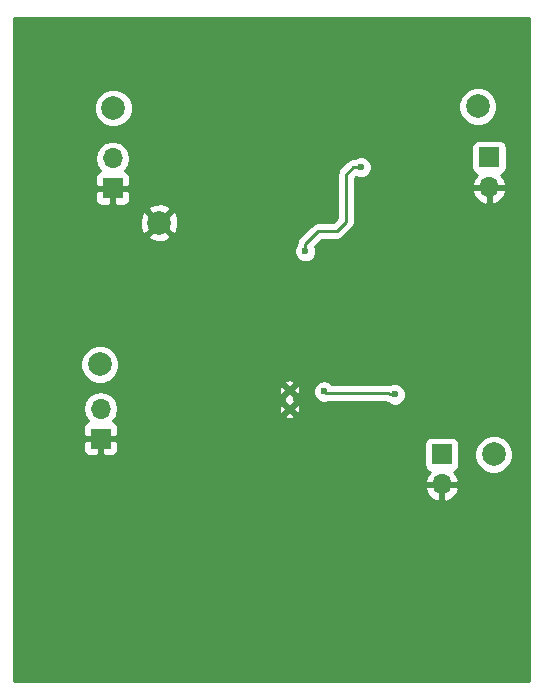
<source format=gbr>
G04 #@! TF.FileFunction,Copper,L2,Bot,Signal*
%FSLAX46Y46*%
G04 Gerber Fmt 4.6, Leading zero omitted, Abs format (unit mm)*
G04 Created by KiCad (PCBNEW 4.0.4-stable) date 07/27/17 22:09:25*
%MOMM*%
%LPD*%
G01*
G04 APERTURE LIST*
%ADD10C,0.100000*%
%ADD11C,2.000000*%
%ADD12R,1.700000X1.700000*%
%ADD13O,1.700000X1.700000*%
%ADD14C,0.508000*%
%ADD15C,0.600000*%
%ADD16C,0.400000*%
%ADD17C,0.250000*%
%ADD18C,0.254000*%
G04 APERTURE END LIST*
D10*
D11*
X95313500Y-90297000D03*
X91440000Y-80581500D03*
X122301000Y-80454500D03*
X123634500Y-109918500D03*
D12*
X91376500Y-87376000D03*
D13*
X91376500Y-84836000D03*
D12*
X123253500Y-84772500D03*
D13*
X123253500Y-87312500D03*
D12*
X119253000Y-109918500D03*
D13*
X119253000Y-112458500D03*
D12*
X90360500Y-108585000D03*
D13*
X90360500Y-106045000D03*
D11*
X90297000Y-102298500D03*
D14*
X106351601Y-104470200D03*
X106351601Y-106045000D03*
D15*
X108514000Y-101092000D03*
X107378500Y-101155500D03*
D16*
X107188000Y-85661500D03*
X106489500Y-85661500D03*
D15*
X105029000Y-87731000D03*
X106934000Y-91967000D03*
X109283500Y-104584500D03*
X115274500Y-104838500D03*
X112395000Y-85598000D03*
X107696000Y-92710000D03*
D17*
X109410500Y-104711500D02*
X109283500Y-104584500D01*
X114723236Y-104711500D02*
X109410500Y-104711500D01*
X115274500Y-104838500D02*
X114850236Y-104838500D01*
X114850236Y-104838500D02*
X114723236Y-104711500D01*
X111760000Y-85598000D02*
X112395000Y-85598000D01*
X111125000Y-86233000D02*
X111760000Y-85598000D01*
X111125000Y-90233500D02*
X111125000Y-86233000D01*
X110363000Y-90995500D02*
X111125000Y-90233500D01*
X108775500Y-90995500D02*
X110363000Y-90995500D01*
X107696000Y-92075000D02*
X108775500Y-90995500D01*
X107696000Y-92710000D02*
X107696000Y-92075000D01*
D18*
X83069500Y-72973000D02*
X126607500Y-72973000D01*
X83069500Y-73176200D02*
X126607500Y-73176200D01*
X83069500Y-73379400D02*
X126607500Y-73379400D01*
X83069500Y-73582600D02*
X126607500Y-73582600D01*
X83069500Y-73785800D02*
X126607500Y-73785800D01*
X83069500Y-73989000D02*
X126607500Y-73989000D01*
X83069500Y-74192200D02*
X126607500Y-74192200D01*
X83069500Y-74395400D02*
X126607500Y-74395400D01*
X83069500Y-74598600D02*
X126607500Y-74598600D01*
X83069500Y-74801800D02*
X126607500Y-74801800D01*
X83069500Y-75005000D02*
X126607500Y-75005000D01*
X83069500Y-75208200D02*
X126607500Y-75208200D01*
X83069500Y-75411400D02*
X126607500Y-75411400D01*
X83069500Y-75614600D02*
X126607500Y-75614600D01*
X83069500Y-75817800D02*
X126607500Y-75817800D01*
X83069500Y-76021000D02*
X126607500Y-76021000D01*
X83069500Y-76224200D02*
X126607500Y-76224200D01*
X83069500Y-76427400D02*
X126607500Y-76427400D01*
X83069500Y-76630600D02*
X126607500Y-76630600D01*
X83069500Y-76833800D02*
X126607500Y-76833800D01*
X83069500Y-77037000D02*
X126607500Y-77037000D01*
X83069500Y-77240200D02*
X126607500Y-77240200D01*
X83069500Y-77443400D02*
X126607500Y-77443400D01*
X83069500Y-77646600D02*
X126607500Y-77646600D01*
X83069500Y-77849800D02*
X126607500Y-77849800D01*
X83069500Y-78053000D02*
X126607500Y-78053000D01*
X83069500Y-78256200D02*
X126607500Y-78256200D01*
X83069500Y-78459400D02*
X126607500Y-78459400D01*
X83069500Y-78662600D02*
X126607500Y-78662600D01*
X83069500Y-78865800D02*
X121864464Y-78865800D01*
X122738468Y-78865800D02*
X126607500Y-78865800D01*
X83069500Y-79069000D02*
X90819046Y-79069000D01*
X92060978Y-79069000D02*
X121374661Y-79069000D01*
X123227829Y-79069000D02*
X126607500Y-79069000D01*
X83069500Y-79272200D02*
X90437328Y-79272200D01*
X92443209Y-79272200D02*
X121171106Y-79272200D01*
X123430987Y-79272200D02*
X126607500Y-79272200D01*
X83069500Y-79475400D02*
X90233772Y-79475400D01*
X92646054Y-79475400D02*
X120967550Y-79475400D01*
X123633832Y-79475400D02*
X126607500Y-79475400D01*
X83069500Y-79678600D02*
X90044565Y-79678600D01*
X92836003Y-79678600D02*
X120852830Y-79678600D01*
X123749478Y-79678600D02*
X126607500Y-79678600D01*
X83069500Y-79881800D02*
X89960189Y-79881800D01*
X92919963Y-79881800D02*
X120768454Y-79881800D01*
X123833439Y-79881800D02*
X126607500Y-79881800D01*
X83069500Y-80085000D02*
X89875813Y-80085000D01*
X93003924Y-80085000D02*
X120684078Y-80085000D01*
X123917400Y-80085000D02*
X126607500Y-80085000D01*
X83069500Y-80288200D02*
X89805255Y-80288200D01*
X93075257Y-80288200D02*
X120666144Y-80288200D01*
X123936146Y-80288200D02*
X126607500Y-80288200D01*
X83069500Y-80491400D02*
X89805078Y-80491400D01*
X93075079Y-80491400D02*
X120665967Y-80491400D01*
X123935969Y-80491400D02*
X126607500Y-80491400D01*
X83069500Y-80694600D02*
X89804900Y-80694600D01*
X93074902Y-80694600D02*
X120665790Y-80694600D01*
X123935791Y-80694600D02*
X126607500Y-80694600D01*
X83069500Y-80897800D02*
X89804723Y-80897800D01*
X93074725Y-80897800D02*
X120715094Y-80897800D01*
X123887277Y-80897800D02*
X126607500Y-80897800D01*
X83069500Y-81101000D02*
X89885579Y-81101000D01*
X92994637Y-81101000D02*
X120799055Y-81101000D01*
X123802902Y-81101000D02*
X126607500Y-81101000D01*
X83069500Y-81304200D02*
X89969540Y-81304200D01*
X92910261Y-81304200D02*
X120883016Y-81304200D01*
X123718526Y-81304200D02*
X126607500Y-81304200D01*
X83069500Y-81507400D02*
X90054061Y-81507400D01*
X92825885Y-81507400D02*
X121041839Y-81507400D01*
X123560521Y-81507400D02*
X126607500Y-81507400D01*
X83069500Y-81710600D02*
X90256906Y-81710600D01*
X92623188Y-81710600D02*
X121244684Y-81710600D01*
X123356965Y-81710600D02*
X126607500Y-81710600D01*
X83069500Y-81913800D02*
X90459751Y-81913800D01*
X92419632Y-81913800D02*
X121551902Y-81913800D01*
X123050707Y-81913800D02*
X126607500Y-81913800D01*
X83069500Y-82117000D02*
X90874412Y-82117000D01*
X92005290Y-82117000D02*
X126607500Y-82117000D01*
X83069500Y-82320200D02*
X126607500Y-82320200D01*
X83069500Y-82523400D02*
X126607500Y-82523400D01*
X83069500Y-82726600D02*
X126607500Y-82726600D01*
X83069500Y-82929800D02*
X126607500Y-82929800D01*
X83069500Y-83133000D02*
X126607500Y-83133000D01*
X83069500Y-83336200D02*
X122141979Y-83336200D01*
X124370218Y-83336200D02*
X126607500Y-83336200D01*
X83069500Y-83539400D02*
X90666337Y-83539400D01*
X92086664Y-83539400D02*
X121896721Y-83539400D01*
X124611567Y-83539400D02*
X126607500Y-83539400D01*
X83069500Y-83742600D02*
X90362226Y-83742600D01*
X92390775Y-83742600D02*
X121792491Y-83742600D01*
X124717090Y-83742600D02*
X126607500Y-83742600D01*
X83069500Y-83945800D02*
X90190543Y-83945800D01*
X92562459Y-83945800D02*
X121756060Y-83945800D01*
X124750940Y-83945800D02*
X126607500Y-83945800D01*
X83069500Y-84149000D02*
X90054769Y-84149000D01*
X92698232Y-84149000D02*
X121756060Y-84149000D01*
X124750940Y-84149000D02*
X126607500Y-84149000D01*
X83069500Y-84352200D02*
X89958641Y-84352200D01*
X92794360Y-84352200D02*
X121756060Y-84352200D01*
X124750940Y-84352200D02*
X126607500Y-84352200D01*
X83069500Y-84555400D02*
X89918222Y-84555400D01*
X92834779Y-84555400D02*
X121756060Y-84555400D01*
X124750940Y-84555400D02*
X126607500Y-84555400D01*
X83069500Y-84758600D02*
X89877803Y-84758600D01*
X92875198Y-84758600D02*
X111978071Y-84758600D01*
X112811639Y-84758600D02*
X121756060Y-84758600D01*
X124750940Y-84758600D02*
X126607500Y-84758600D01*
X83069500Y-84961800D02*
X89887430Y-84961800D01*
X92865569Y-84961800D02*
X111370463Y-84961800D01*
X113081048Y-84961800D02*
X121756060Y-84961800D01*
X124750940Y-84961800D02*
X126607500Y-84961800D01*
X83069500Y-85165000D02*
X89927849Y-85165000D01*
X92825150Y-85165000D02*
X111118198Y-85165000D01*
X113227760Y-85165000D02*
X121756060Y-85165000D01*
X124750940Y-85165000D02*
X126607500Y-85165000D01*
X83069500Y-85368200D02*
X89968268Y-85368200D01*
X92784731Y-85368200D02*
X110914998Y-85368200D01*
X113311721Y-85368200D02*
X121756060Y-85368200D01*
X124750940Y-85368200D02*
X126607500Y-85368200D01*
X83069500Y-85571400D02*
X90087108Y-85571400D01*
X92665891Y-85571400D02*
X110711798Y-85571400D01*
X113330023Y-85571400D02*
X121756060Y-85571400D01*
X124750940Y-85571400D02*
X126607500Y-85571400D01*
X83069500Y-85774600D02*
X90222881Y-85774600D01*
X92530118Y-85774600D02*
X110534813Y-85774600D01*
X113329846Y-85774600D02*
X121784679Y-85774600D01*
X124720138Y-85774600D02*
X126607500Y-85774600D01*
X83069500Y-85977800D02*
X90190638Y-85977800D01*
X92562363Y-85977800D02*
X110415763Y-85977800D01*
X113249696Y-85977800D02*
X121877544Y-85977800D01*
X124629273Y-85977800D02*
X126607500Y-85977800D01*
X83069500Y-86181000D02*
X89982085Y-86181000D01*
X92770916Y-86181000D02*
X110375344Y-86181000D01*
X113134426Y-86181000D02*
X122096096Y-86181000D01*
X124408223Y-86181000D02*
X126607500Y-86181000D01*
X83069500Y-86384200D02*
X89897917Y-86384200D01*
X92855084Y-86384200D02*
X110365000Y-86384200D01*
X112930872Y-86384200D02*
X122128923Y-86384200D01*
X124378078Y-86384200D02*
X126607500Y-86384200D01*
X83069500Y-86587400D02*
X89891500Y-86587400D01*
X92861500Y-86587400D02*
X110365000Y-86587400D01*
X111885000Y-86587400D02*
X121964533Y-86587400D01*
X124542468Y-86587400D02*
X126607500Y-86587400D01*
X83069500Y-86790600D02*
X89891500Y-86790600D01*
X92861500Y-86790600D02*
X110365000Y-86790600D01*
X111885000Y-86790600D02*
X121880370Y-86790600D01*
X124626631Y-86790600D02*
X126607500Y-86790600D01*
X83069500Y-86993800D02*
X89891500Y-86993800D01*
X92861500Y-86993800D02*
X110365000Y-86993800D01*
X111885000Y-86993800D02*
X121832178Y-86993800D01*
X124674821Y-86993800D02*
X126607500Y-86993800D01*
X83069500Y-87197000D02*
X89998250Y-87197000D01*
X92754750Y-87197000D02*
X110365000Y-87197000D01*
X111885000Y-87197000D02*
X126607500Y-87197000D01*
X83069500Y-87400200D02*
X110365000Y-87400200D01*
X111885000Y-87400200D02*
X126607500Y-87400200D01*
X83069500Y-87603400D02*
X89949850Y-87603400D01*
X91249500Y-87603400D02*
X91503500Y-87603400D01*
X92803150Y-87603400D02*
X110365000Y-87603400D01*
X111885000Y-87603400D02*
X121846850Y-87603400D01*
X123126500Y-87603400D02*
X123380500Y-87603400D01*
X124660151Y-87603400D02*
X126607500Y-87603400D01*
X83069500Y-87806600D02*
X89891500Y-87806600D01*
X91249500Y-87806600D02*
X91503500Y-87806600D01*
X92861500Y-87806600D02*
X110365000Y-87806600D01*
X111885000Y-87806600D02*
X121868854Y-87806600D01*
X123126500Y-87806600D02*
X123380500Y-87806600D01*
X124638145Y-87806600D02*
X126607500Y-87806600D01*
X83069500Y-88009800D02*
X89891500Y-88009800D01*
X91249500Y-88009800D02*
X91503500Y-88009800D01*
X92861500Y-88009800D02*
X110365000Y-88009800D01*
X111885000Y-88009800D02*
X121953017Y-88009800D01*
X123126500Y-88009800D02*
X123380500Y-88009800D01*
X124553982Y-88009800D02*
X126607500Y-88009800D01*
X83069500Y-88213000D02*
X89891500Y-88213000D01*
X91249500Y-88213000D02*
X91503500Y-88213000D01*
X92861500Y-88213000D02*
X110365000Y-88213000D01*
X111885000Y-88213000D02*
X122103587Y-88213000D01*
X123126500Y-88213000D02*
X123380500Y-88213000D01*
X124403412Y-88213000D02*
X126607500Y-88213000D01*
X83069500Y-88416200D02*
X89917964Y-88416200D01*
X91249500Y-88416200D02*
X91503500Y-88416200D01*
X92835035Y-88416200D02*
X110365000Y-88416200D01*
X111885000Y-88416200D02*
X122288770Y-88416200D01*
X123126500Y-88416200D02*
X123380500Y-88416200D01*
X124218229Y-88416200D02*
X126607500Y-88416200D01*
X83069500Y-88619400D02*
X90021874Y-88619400D01*
X91249500Y-88619400D02*
X91503500Y-88619400D01*
X92731125Y-88619400D02*
X110365000Y-88619400D01*
X111885000Y-88619400D02*
X122610026Y-88619400D01*
X123126500Y-88619400D02*
X123380500Y-88619400D01*
X123896973Y-88619400D02*
X126607500Y-88619400D01*
X83069500Y-88822600D02*
X90307485Y-88822600D01*
X91129150Y-88822600D02*
X91623850Y-88822600D01*
X92445514Y-88822600D02*
X94572050Y-88822600D01*
X96039686Y-88822600D02*
X110365000Y-88822600D01*
X111885000Y-88822600D02*
X126607500Y-88822600D01*
X83069500Y-89025800D02*
X94384448Y-89025800D01*
X96242553Y-89025800D02*
X110365000Y-89025800D01*
X111885000Y-89025800D02*
X126607500Y-89025800D01*
X83069500Y-89229000D02*
X94425105Y-89229000D01*
X96201895Y-89229000D02*
X110365000Y-89229000D01*
X111885000Y-89229000D02*
X126607500Y-89229000D01*
X83069500Y-89432200D02*
X93890597Y-89432200D01*
X94269095Y-89432200D02*
X94628305Y-89432200D01*
X95998695Y-89432200D02*
X96357905Y-89432200D01*
X96736808Y-89432200D02*
X110365000Y-89432200D01*
X111885000Y-89432200D02*
X126607500Y-89432200D01*
X83069500Y-89635400D02*
X93815106Y-89635400D01*
X94472295Y-89635400D02*
X94831505Y-89635400D01*
X95795495Y-89635400D02*
X96154705Y-89635400D01*
X96820976Y-89635400D02*
X110365000Y-89635400D01*
X111885000Y-89635400D02*
X126607500Y-89635400D01*
X83069500Y-89838600D02*
X93739614Y-89838600D01*
X94675495Y-89838600D02*
X95034705Y-89838600D01*
X95592295Y-89838600D02*
X95951505Y-89838600D01*
X96905144Y-89838600D02*
X110365000Y-89838600D01*
X111885000Y-89838600D02*
X126607500Y-89838600D01*
X83069500Y-90041800D02*
X93667937Y-90041800D01*
X94878695Y-90041800D02*
X95237905Y-90041800D01*
X95389095Y-90041800D02*
X95748305Y-90041800D01*
X96940177Y-90041800D02*
X110241898Y-90041800D01*
X111885000Y-90041800D02*
X126607500Y-90041800D01*
X83069500Y-90245000D02*
X93675456Y-90245000D01*
X95081895Y-90245000D02*
X95545105Y-90245000D01*
X96947696Y-90245000D02*
X108727741Y-90245000D01*
X111882712Y-90245000D02*
X126607500Y-90245000D01*
X83069500Y-90448200D02*
X93682975Y-90448200D01*
X94982695Y-90448200D02*
X95644305Y-90448200D01*
X96955215Y-90448200D02*
X108252914Y-90448200D01*
X111842293Y-90448200D02*
X126607500Y-90448200D01*
X83069500Y-90651400D02*
X93690494Y-90651400D01*
X94779495Y-90651400D02*
X95138705Y-90651400D01*
X95488295Y-90651400D02*
X95847505Y-90651400D01*
X96926023Y-90651400D02*
X108044798Y-90651400D01*
X111742248Y-90651400D02*
X126607500Y-90651400D01*
X83069500Y-90854600D02*
X93762946Y-90854600D01*
X94576295Y-90854600D02*
X94935505Y-90854600D01*
X95691495Y-90854600D02*
X96050705Y-90854600D01*
X96850531Y-90854600D02*
X107841598Y-90854600D01*
X111578702Y-90854600D02*
X126607500Y-90854600D01*
X83069500Y-91057800D02*
X93847114Y-91057800D01*
X94373095Y-91057800D02*
X94732305Y-91057800D01*
X95894695Y-91057800D02*
X96253905Y-91057800D01*
X96775040Y-91057800D02*
X107638398Y-91057800D01*
X111375502Y-91057800D02*
X126607500Y-91057800D01*
X83069500Y-91261000D02*
X94136823Y-91261000D01*
X94169895Y-91261000D02*
X94529105Y-91261000D01*
X96097895Y-91261000D02*
X96457105Y-91261000D01*
X96490176Y-91261000D02*
X107435198Y-91261000D01*
X111172302Y-91261000D02*
X126607500Y-91261000D01*
X83069500Y-91464200D02*
X94345996Y-91464200D01*
X96281003Y-91464200D02*
X107231998Y-91464200D01*
X110969102Y-91464200D02*
X126607500Y-91464200D01*
X83069500Y-91667400D02*
X94421124Y-91667400D01*
X96205875Y-91667400D02*
X107071869Y-91667400D01*
X110699108Y-91667400D02*
X126607500Y-91667400D01*
X83069500Y-91870600D02*
X94854330Y-91870600D01*
X95815460Y-91870600D02*
X106976659Y-91870600D01*
X108975202Y-91870600D02*
X126607500Y-91870600D01*
X83069500Y-92073800D02*
X106936239Y-92073800D01*
X108772002Y-92073800D02*
X126607500Y-92073800D01*
X83069500Y-92277000D02*
X106863395Y-92277000D01*
X108568802Y-92277000D02*
X126607500Y-92277000D01*
X83069500Y-92480200D02*
X106779018Y-92480200D01*
X108612720Y-92480200D02*
X126607500Y-92480200D01*
X83069500Y-92683400D02*
X106761023Y-92683400D01*
X108631023Y-92683400D02*
X126607500Y-92683400D01*
X83069500Y-92886600D02*
X106760846Y-92886600D01*
X108630846Y-92886600D02*
X126607500Y-92886600D01*
X83069500Y-93089800D02*
X106841258Y-93089800D01*
X108550696Y-93089800D02*
X126607500Y-93089800D01*
X83069500Y-93293000D02*
X106956845Y-93293000D01*
X108435426Y-93293000D02*
X126607500Y-93293000D01*
X83069500Y-93496200D02*
X107159691Y-93496200D01*
X108231872Y-93496200D02*
X126607500Y-93496200D01*
X83069500Y-93699400D02*
X126607500Y-93699400D01*
X83069500Y-93902600D02*
X126607500Y-93902600D01*
X83069500Y-94105800D02*
X126607500Y-94105800D01*
X83069500Y-94309000D02*
X126607500Y-94309000D01*
X83069500Y-94512200D02*
X126607500Y-94512200D01*
X83069500Y-94715400D02*
X126607500Y-94715400D01*
X83069500Y-94918600D02*
X126607500Y-94918600D01*
X83069500Y-95121800D02*
X126607500Y-95121800D01*
X83069500Y-95325000D02*
X126607500Y-95325000D01*
X83069500Y-95528200D02*
X126607500Y-95528200D01*
X83069500Y-95731400D02*
X126607500Y-95731400D01*
X83069500Y-95934600D02*
X126607500Y-95934600D01*
X83069500Y-96137800D02*
X126607500Y-96137800D01*
X83069500Y-96341000D02*
X126607500Y-96341000D01*
X83069500Y-96544200D02*
X126607500Y-96544200D01*
X83069500Y-96747400D02*
X126607500Y-96747400D01*
X83069500Y-96950600D02*
X126607500Y-96950600D01*
X83069500Y-97153800D02*
X126607500Y-97153800D01*
X83069500Y-97357000D02*
X126607500Y-97357000D01*
X83069500Y-97560200D02*
X126607500Y-97560200D01*
X83069500Y-97763400D02*
X126607500Y-97763400D01*
X83069500Y-97966600D02*
X126607500Y-97966600D01*
X83069500Y-98169800D02*
X126607500Y-98169800D01*
X83069500Y-98373000D02*
X126607500Y-98373000D01*
X83069500Y-98576200D02*
X126607500Y-98576200D01*
X83069500Y-98779400D02*
X126607500Y-98779400D01*
X83069500Y-98982600D02*
X126607500Y-98982600D01*
X83069500Y-99185800D02*
X126607500Y-99185800D01*
X83069500Y-99389000D02*
X126607500Y-99389000D01*
X83069500Y-99592200D02*
X126607500Y-99592200D01*
X83069500Y-99795400D02*
X126607500Y-99795400D01*
X83069500Y-99998600D02*
X126607500Y-99998600D01*
X83069500Y-100201800D02*
X126607500Y-100201800D01*
X83069500Y-100405000D02*
X126607500Y-100405000D01*
X83069500Y-100608200D02*
X126607500Y-100608200D01*
X83069500Y-100811400D02*
X89614574Y-100811400D01*
X90979148Y-100811400D02*
X126607500Y-100811400D01*
X83069500Y-101014600D02*
X89268883Y-101014600D01*
X91325564Y-101014600D02*
X126607500Y-101014600D01*
X83069500Y-101217800D02*
X89065328Y-101217800D01*
X91528410Y-101217800D02*
X126607500Y-101217800D01*
X83069500Y-101421000D02*
X88891018Y-101421000D01*
X91703498Y-101421000D02*
X126607500Y-101421000D01*
X83069500Y-101624200D02*
X88806642Y-101624200D01*
X91787458Y-101624200D02*
X126607500Y-101624200D01*
X83069500Y-101827400D02*
X88722266Y-101827400D01*
X91871419Y-101827400D02*
X126607500Y-101827400D01*
X83069500Y-102030600D02*
X88662233Y-102030600D01*
X91932235Y-102030600D02*
X126607500Y-102030600D01*
X83069500Y-102233800D02*
X88662056Y-102233800D01*
X91932057Y-102233800D02*
X126607500Y-102233800D01*
X83069500Y-102437000D02*
X88661878Y-102437000D01*
X91931880Y-102437000D02*
X126607500Y-102437000D01*
X83069500Y-102640200D02*
X88669114Y-102640200D01*
X91925465Y-102640200D02*
X126607500Y-102640200D01*
X83069500Y-102843400D02*
X88753074Y-102843400D01*
X91841090Y-102843400D02*
X126607500Y-102843400D01*
X83069500Y-103046600D02*
X88837035Y-103046600D01*
X91756714Y-103046600D02*
X126607500Y-103046600D01*
X83069500Y-103249800D02*
X88936416Y-103249800D01*
X91658299Y-103249800D02*
X126607500Y-103249800D01*
X83069500Y-103453000D02*
X89139262Y-103453000D01*
X91454743Y-103453000D02*
X126607500Y-103453000D01*
X83069500Y-103656200D02*
X89342107Y-103656200D01*
X91251188Y-103656200D02*
X105958880Y-103656200D01*
X106732108Y-103656200D02*
X109081726Y-103656200D01*
X109486045Y-103656200D02*
X126607500Y-103656200D01*
X83069500Y-103859400D02*
X89792582Y-103859400D01*
X90800817Y-103859400D02*
X105920406Y-103859400D01*
X106782796Y-103859400D02*
X108686422Y-103859400D01*
X109880802Y-103859400D02*
X126607500Y-103859400D01*
X83069500Y-104062600D02*
X105545728Y-104062600D01*
X105764396Y-104062600D02*
X106123606Y-104062600D01*
X106579596Y-104062600D02*
X106938806Y-104062600D01*
X107159438Y-104062600D02*
X108487809Y-104062600D01*
X115821091Y-104062600D02*
X126607500Y-104062600D01*
X83069500Y-104265800D02*
X105484781Y-104265800D01*
X105967596Y-104265800D02*
X106326806Y-104265800D01*
X106376396Y-104265800D02*
X106735606Y-104265800D01*
X107224405Y-104265800D02*
X108403433Y-104265800D01*
X116023937Y-104265800D02*
X126607500Y-104265800D01*
X83069500Y-104469000D02*
X105457897Y-104469000D01*
X106170796Y-104469000D02*
X106532406Y-104469000D01*
X107245061Y-104469000D02*
X108348600Y-104469000D01*
X116133498Y-104469000D02*
X126607500Y-104469000D01*
X83069500Y-104672200D02*
X89767340Y-104672200D01*
X90953661Y-104672200D02*
X105478553Y-104672200D01*
X105969996Y-104672200D02*
X106329206Y-104672200D01*
X106373996Y-104672200D02*
X106733206Y-104672200D01*
X107219140Y-104672200D02*
X108348423Y-104672200D01*
X116209645Y-104672200D02*
X126607500Y-104672200D01*
X83069500Y-104875400D02*
X89460267Y-104875400D01*
X91260734Y-104875400D02*
X105542769Y-104875400D01*
X105766796Y-104875400D02*
X106126006Y-104875400D01*
X106577196Y-104875400D02*
X106936406Y-104875400D01*
X107158194Y-104875400D02*
X108392025Y-104875400D01*
X116209468Y-104875400D02*
X126607500Y-104875400D01*
X83069500Y-105078600D02*
X89225458Y-105078600D01*
X91495544Y-105078600D02*
X105922806Y-105078600D01*
X106780396Y-105078600D02*
X108475986Y-105078600D01*
X116187205Y-105078600D02*
X126607500Y-105078600D01*
X83069500Y-105281800D02*
X89089684Y-105281800D01*
X91631317Y-105281800D02*
X105925557Y-105281800D01*
X106777646Y-105281800D02*
X108658446Y-105281800D01*
X116102828Y-105281800D02*
X126607500Y-105281800D01*
X83069500Y-105485000D02*
X88957799Y-105485000D01*
X91763202Y-105485000D02*
X105971206Y-105485000D01*
X106731996Y-105485000D02*
X109014006Y-105485000D01*
X109552555Y-105485000D02*
X114476113Y-105485000D01*
X115950316Y-105485000D02*
X126607500Y-105485000D01*
X83069500Y-105688200D02*
X88917379Y-105688200D01*
X91803622Y-105688200D02*
X105530491Y-105688200D01*
X105815196Y-105688200D02*
X106174406Y-105688200D01*
X106528796Y-105688200D02*
X106888006Y-105688200D01*
X107180481Y-105688200D02*
X114882666Y-105688200D01*
X115666501Y-105688200D02*
X126607500Y-105688200D01*
X83069500Y-105891400D02*
X88876960Y-105891400D01*
X91844041Y-105891400D02*
X105469545Y-105891400D01*
X106018396Y-105891400D02*
X106684806Y-105891400D01*
X107229569Y-105891400D02*
X126607500Y-105891400D01*
X83069500Y-106094600D02*
X88856273Y-106094600D01*
X91864726Y-106094600D02*
X105463061Y-106094600D01*
X106122396Y-106094600D02*
X106580806Y-106094600D01*
X107250225Y-106094600D02*
X126607500Y-106094600D01*
X83069500Y-106297800D02*
X88896692Y-106297800D01*
X91824307Y-106297800D02*
X105483717Y-106297800D01*
X105919196Y-106297800D02*
X106278406Y-106297800D01*
X106424796Y-106297800D02*
X106784006Y-106297800D01*
X107203904Y-106297800D02*
X126607500Y-106297800D01*
X83069500Y-106501000D02*
X88937111Y-106501000D01*
X91783888Y-106501000D02*
X106075206Y-106501000D01*
X106627996Y-106501000D02*
X126607500Y-106501000D01*
X83069500Y-106704200D02*
X89020193Y-106704200D01*
X91700806Y-106704200D02*
X105922041Y-106704200D01*
X106781160Y-106704200D02*
X126607500Y-106704200D01*
X83069500Y-106907400D02*
X89155966Y-106907400D01*
X91565032Y-106907400D02*
X106132464Y-106907400D01*
X106627474Y-106907400D02*
X126607500Y-106907400D01*
X83069500Y-107110600D02*
X89304619Y-107110600D01*
X91416380Y-107110600D02*
X126607500Y-107110600D01*
X83069500Y-107313800D02*
X89033675Y-107313800D01*
X91687326Y-107313800D02*
X126607500Y-107313800D01*
X83069500Y-107517000D02*
X88913480Y-107517000D01*
X91807521Y-107517000D02*
X126607500Y-107517000D01*
X83069500Y-107720200D02*
X88875500Y-107720200D01*
X91845500Y-107720200D02*
X126607500Y-107720200D01*
X83069500Y-107923400D02*
X88875500Y-107923400D01*
X91845500Y-107923400D02*
X126607500Y-107923400D01*
X83069500Y-108126600D02*
X88875500Y-108126600D01*
X91845500Y-108126600D02*
X126607500Y-108126600D01*
X83069500Y-108329800D02*
X88906050Y-108329800D01*
X91814950Y-108329800D02*
X123197964Y-108329800D01*
X124071968Y-108329800D02*
X126607500Y-108329800D01*
X83069500Y-108533000D02*
X118062534Y-108533000D01*
X120444066Y-108533000D02*
X122708161Y-108533000D01*
X124561329Y-108533000D02*
X126607500Y-108533000D01*
X83069500Y-108736200D02*
X89010050Y-108736200D01*
X90233500Y-108736200D02*
X90487500Y-108736200D01*
X91710950Y-108736200D02*
X117861511Y-108736200D01*
X120643756Y-108736200D02*
X122504606Y-108736200D01*
X124764487Y-108736200D02*
X126607500Y-108736200D01*
X83069500Y-108939400D02*
X88875500Y-108939400D01*
X90233500Y-108939400D02*
X90487500Y-108939400D01*
X91845500Y-108939400D02*
X117781704Y-108939400D01*
X120726149Y-108939400D02*
X122301050Y-108939400D01*
X124967332Y-108939400D02*
X126607500Y-108939400D01*
X83069500Y-109142600D02*
X88875500Y-109142600D01*
X90233500Y-109142600D02*
X90487500Y-109142600D01*
X91845500Y-109142600D02*
X117755560Y-109142600D01*
X120750440Y-109142600D02*
X122186330Y-109142600D01*
X125082978Y-109142600D02*
X126607500Y-109142600D01*
X83069500Y-109345800D02*
X88875500Y-109345800D01*
X90233500Y-109345800D02*
X90487500Y-109345800D01*
X91845500Y-109345800D02*
X117755560Y-109345800D01*
X120750440Y-109345800D02*
X122101954Y-109345800D01*
X125166939Y-109345800D02*
X126607500Y-109345800D01*
X83069500Y-109549000D02*
X88875500Y-109549000D01*
X90233500Y-109549000D02*
X90487500Y-109549000D01*
X91845500Y-109549000D02*
X117755560Y-109549000D01*
X120750440Y-109549000D02*
X122017578Y-109549000D01*
X125250900Y-109549000D02*
X126607500Y-109549000D01*
X83069500Y-109752200D02*
X88954569Y-109752200D01*
X90233500Y-109752200D02*
X90487500Y-109752200D01*
X91766430Y-109752200D02*
X117755560Y-109752200D01*
X120750440Y-109752200D02*
X121999644Y-109752200D01*
X125269646Y-109752200D02*
X126607500Y-109752200D01*
X83069500Y-109955400D02*
X89132874Y-109955400D01*
X90189350Y-109955400D02*
X90531650Y-109955400D01*
X91588125Y-109955400D02*
X117755560Y-109955400D01*
X120750440Y-109955400D02*
X121999467Y-109955400D01*
X125269469Y-109955400D02*
X126607500Y-109955400D01*
X83069500Y-110158600D02*
X117755560Y-110158600D01*
X120750440Y-110158600D02*
X121999290Y-110158600D01*
X125269291Y-110158600D02*
X126607500Y-110158600D01*
X83069500Y-110361800D02*
X117755560Y-110361800D01*
X120750440Y-110361800D02*
X122048594Y-110361800D01*
X125220777Y-110361800D02*
X126607500Y-110361800D01*
X83069500Y-110565000D02*
X117755560Y-110565000D01*
X120750440Y-110565000D02*
X122132555Y-110565000D01*
X125136402Y-110565000D02*
X126607500Y-110565000D01*
X83069500Y-110768200D02*
X117755560Y-110768200D01*
X120750440Y-110768200D02*
X122216516Y-110768200D01*
X125052026Y-110768200D02*
X126607500Y-110768200D01*
X83069500Y-110971400D02*
X117793738Y-110971400D01*
X120709351Y-110971400D02*
X122375339Y-110971400D01*
X124894021Y-110971400D02*
X126607500Y-110971400D01*
X83069500Y-111174600D02*
X117909733Y-111174600D01*
X120594063Y-111174600D02*
X122578184Y-111174600D01*
X124690465Y-111174600D02*
X126607500Y-111174600D01*
X83069500Y-111377800D02*
X118214658Y-111377800D01*
X120305697Y-111377800D02*
X122885402Y-111377800D01*
X124384207Y-111377800D02*
X126607500Y-111377800D01*
X83069500Y-111581000D02*
X118082127Y-111581000D01*
X120423874Y-111581000D02*
X126607500Y-111581000D01*
X83069500Y-111784200D02*
X117942992Y-111784200D01*
X120563009Y-111784200D02*
X126607500Y-111784200D01*
X83069500Y-111987400D02*
X117858829Y-111987400D01*
X120647172Y-111987400D02*
X126607500Y-111987400D01*
X83069500Y-112190600D02*
X117858487Y-112190600D01*
X120647512Y-112190600D02*
X126607500Y-112190600D01*
X83069500Y-112393800D02*
X126607500Y-112393800D01*
X83069500Y-112597000D02*
X117926777Y-112597000D01*
X119126000Y-112597000D02*
X119380000Y-112597000D01*
X120579224Y-112597000D02*
X126607500Y-112597000D01*
X83069500Y-112800200D02*
X117819541Y-112800200D01*
X119126000Y-112800200D02*
X119380000Y-112800200D01*
X120686460Y-112800200D02*
X126607500Y-112800200D01*
X83069500Y-113003400D02*
X117889395Y-113003400D01*
X119126000Y-113003400D02*
X119380000Y-113003400D01*
X120616604Y-113003400D02*
X126607500Y-113003400D01*
X83069500Y-113206600D02*
X117973558Y-113206600D01*
X119126000Y-113206600D02*
X119380000Y-113206600D01*
X120532441Y-113206600D02*
X126607500Y-113206600D01*
X83069500Y-113409800D02*
X118149383Y-113409800D01*
X119126000Y-113409800D02*
X119380000Y-113409800D01*
X120356616Y-113409800D02*
X126607500Y-113409800D01*
X83069500Y-113613000D02*
X118334566Y-113613000D01*
X119126000Y-113613000D02*
X119380000Y-113613000D01*
X120171433Y-113613000D02*
X126607500Y-113613000D01*
X83069500Y-113816200D02*
X118717698Y-113816200D01*
X119055735Y-113816200D02*
X119450264Y-113816200D01*
X119788301Y-113816200D02*
X126607500Y-113816200D01*
X83069500Y-114019400D02*
X126607500Y-114019400D01*
X83069500Y-114222600D02*
X126607500Y-114222600D01*
X83069500Y-114425800D02*
X126607500Y-114425800D01*
X83069500Y-114629000D02*
X126607500Y-114629000D01*
X83069500Y-114832200D02*
X126607500Y-114832200D01*
X83069500Y-115035400D02*
X126607500Y-115035400D01*
X83069500Y-115238600D02*
X126607500Y-115238600D01*
X83069500Y-115441800D02*
X126607500Y-115441800D01*
X83069500Y-115645000D02*
X126607500Y-115645000D01*
X83069500Y-115848200D02*
X126607500Y-115848200D01*
X83069500Y-116051400D02*
X126607500Y-116051400D01*
X83069500Y-116254600D02*
X126607500Y-116254600D01*
X83069500Y-116457800D02*
X126607500Y-116457800D01*
X83069500Y-116661000D02*
X126607500Y-116661000D01*
X83069500Y-116864200D02*
X126607500Y-116864200D01*
X83069500Y-117067400D02*
X126607500Y-117067400D01*
X83069500Y-117270600D02*
X126607500Y-117270600D01*
X83069500Y-117473800D02*
X126607500Y-117473800D01*
X83069500Y-117677000D02*
X126607500Y-117677000D01*
X83069500Y-117880200D02*
X126607500Y-117880200D01*
X83069500Y-118083400D02*
X126607500Y-118083400D01*
X83069500Y-118286600D02*
X126607500Y-118286600D01*
X83069500Y-118489800D02*
X126607500Y-118489800D01*
X83069500Y-118693000D02*
X126607500Y-118693000D01*
X83069500Y-118896200D02*
X126607500Y-118896200D01*
X83069500Y-119099400D02*
X126607500Y-119099400D01*
X83069500Y-119302600D02*
X126607500Y-119302600D01*
X83069500Y-119505800D02*
X126607500Y-119505800D01*
X83069500Y-119709000D02*
X126607500Y-119709000D01*
X83069500Y-119912200D02*
X126607500Y-119912200D01*
X83069500Y-120115400D02*
X126607500Y-120115400D01*
X83069500Y-120318600D02*
X126607500Y-120318600D01*
X83069500Y-120521800D02*
X126607500Y-120521800D01*
X83069500Y-120725000D02*
X126607500Y-120725000D01*
X83069500Y-120928200D02*
X126607500Y-120928200D01*
X83069500Y-121131400D02*
X126607500Y-121131400D01*
X83069500Y-121334600D02*
X126607500Y-121334600D01*
X83069500Y-121537800D02*
X126607500Y-121537800D01*
X83069500Y-121741000D02*
X126607500Y-121741000D01*
X83069500Y-121944200D02*
X126607500Y-121944200D01*
X83069500Y-122147400D02*
X126607500Y-122147400D01*
X83069500Y-122350600D02*
X126607500Y-122350600D01*
X83069500Y-122553800D02*
X126607500Y-122553800D01*
X83069500Y-122757000D02*
X126607500Y-122757000D01*
X83069500Y-122960200D02*
X126607500Y-122960200D01*
X83069500Y-123163400D02*
X126607500Y-123163400D01*
X83069500Y-123366600D02*
X126607500Y-123366600D01*
X83069500Y-123569800D02*
X126607500Y-123569800D01*
X83069500Y-123773000D02*
X126607500Y-123773000D01*
X83069500Y-123976200D02*
X126607500Y-123976200D01*
X83069500Y-124179400D02*
X126607500Y-124179400D01*
X83069500Y-124382600D02*
X126607500Y-124382600D01*
X83069500Y-124585800D02*
X126607500Y-124585800D01*
X83069500Y-124789000D02*
X126607500Y-124789000D01*
X83069500Y-124992200D02*
X126607500Y-124992200D01*
X83069500Y-125195400D02*
X126607500Y-125195400D01*
X83069500Y-125398600D02*
X126607500Y-125398600D01*
X83069500Y-125601800D02*
X126607500Y-125601800D01*
X83069500Y-125805000D02*
X126607500Y-125805000D01*
X83069500Y-126008200D02*
X126607500Y-126008200D01*
X83069500Y-126211400D02*
X126607500Y-126211400D01*
X83069500Y-126414600D02*
X126607500Y-126414600D01*
X83069500Y-126617800D02*
X126607500Y-126617800D01*
X83069500Y-126821000D02*
X126607500Y-126821000D01*
X83069500Y-127024200D02*
X126607500Y-127024200D01*
X83069500Y-127227400D02*
X126607500Y-127227400D01*
X83069500Y-127430600D02*
X126607500Y-127430600D01*
X83069500Y-127633800D02*
X126607500Y-127633800D01*
X83069500Y-127837000D02*
X126607500Y-127837000D01*
X83069500Y-128040200D02*
X126607500Y-128040200D01*
X83069500Y-128243400D02*
X126607500Y-128243400D01*
X83069500Y-128446600D02*
X126607500Y-128446600D01*
X83069500Y-128649800D02*
X126607500Y-128649800D01*
X83069500Y-128853000D02*
X126607500Y-128853000D01*
X83069500Y-129056200D02*
X126607500Y-129056200D01*
X126607500Y-129084000D02*
X83069500Y-129084000D01*
X83069500Y-112815390D01*
X117811524Y-112815390D01*
X117981355Y-113225424D01*
X118371642Y-113653683D01*
X118896108Y-113899986D01*
X119126000Y-113779319D01*
X119126000Y-112585500D01*
X119380000Y-112585500D01*
X119380000Y-113779319D01*
X119609892Y-113899986D01*
X120134358Y-113653683D01*
X120524645Y-113225424D01*
X120694476Y-112815390D01*
X120573155Y-112585500D01*
X119380000Y-112585500D01*
X119126000Y-112585500D01*
X117932845Y-112585500D01*
X117811524Y-112815390D01*
X83069500Y-112815390D01*
X83069500Y-108870750D01*
X88875500Y-108870750D01*
X88875500Y-109561310D01*
X88972173Y-109794699D01*
X89150802Y-109973327D01*
X89384191Y-110070000D01*
X90074750Y-110070000D01*
X90233500Y-109911250D01*
X90233500Y-108712000D01*
X90487500Y-108712000D01*
X90487500Y-109911250D01*
X90646250Y-110070000D01*
X91336809Y-110070000D01*
X91570198Y-109973327D01*
X91748827Y-109794699D01*
X91845500Y-109561310D01*
X91845500Y-109068500D01*
X117755560Y-109068500D01*
X117755560Y-110768500D01*
X117799838Y-111003817D01*
X117938910Y-111219941D01*
X118151110Y-111364931D01*
X118259107Y-111386801D01*
X117981355Y-111691576D01*
X117811524Y-112101610D01*
X117932845Y-112331500D01*
X119126000Y-112331500D01*
X119126000Y-112311500D01*
X119380000Y-112311500D01*
X119380000Y-112331500D01*
X120573155Y-112331500D01*
X120694476Y-112101610D01*
X120524645Y-111691576D01*
X120248499Y-111388563D01*
X120338317Y-111371662D01*
X120554441Y-111232590D01*
X120699431Y-111020390D01*
X120750440Y-110768500D01*
X120750440Y-110242295D01*
X121999216Y-110242295D01*
X122247606Y-110843443D01*
X122707137Y-111303778D01*
X123307852Y-111553216D01*
X123958295Y-111553784D01*
X124559443Y-111305394D01*
X125019778Y-110845863D01*
X125269216Y-110245148D01*
X125269784Y-109594705D01*
X125021394Y-108993557D01*
X124561863Y-108533222D01*
X123961148Y-108283784D01*
X123310705Y-108283216D01*
X122709557Y-108531606D01*
X122249222Y-108991137D01*
X121999784Y-109591852D01*
X121999216Y-110242295D01*
X120750440Y-110242295D01*
X120750440Y-109068500D01*
X120706162Y-108833183D01*
X120567090Y-108617059D01*
X120354890Y-108472069D01*
X120103000Y-108421060D01*
X118403000Y-108421060D01*
X118167683Y-108465338D01*
X117951559Y-108604410D01*
X117806569Y-108816610D01*
X117755560Y-109068500D01*
X91845500Y-109068500D01*
X91845500Y-108870750D01*
X91686750Y-108712000D01*
X90487500Y-108712000D01*
X90233500Y-108712000D01*
X89034250Y-108712000D01*
X88875500Y-108870750D01*
X83069500Y-108870750D01*
X83069500Y-106045000D01*
X88846407Y-106045000D01*
X88959446Y-106613285D01*
X89281353Y-107095054D01*
X89325277Y-107124403D01*
X89150802Y-107196673D01*
X88972173Y-107375301D01*
X88875500Y-107608690D01*
X88875500Y-108299250D01*
X89034250Y-108458000D01*
X90233500Y-108458000D01*
X90233500Y-108438000D01*
X90487500Y-108438000D01*
X90487500Y-108458000D01*
X91686750Y-108458000D01*
X91845500Y-108299250D01*
X91845500Y-107608690D01*
X91748827Y-107375301D01*
X91570198Y-107196673D01*
X91395723Y-107124403D01*
X91439647Y-107095054D01*
X91733146Y-106655800D01*
X105920406Y-106655800D01*
X105926824Y-106845722D01*
X106265581Y-106947326D01*
X106617434Y-106911559D01*
X106776378Y-106845722D01*
X106782796Y-106655800D01*
X106351601Y-106224605D01*
X105920406Y-106655800D01*
X91733146Y-106655800D01*
X91761554Y-106613285D01*
X91874593Y-106045000D01*
X91857483Y-105958980D01*
X105449275Y-105958980D01*
X105485042Y-106310833D01*
X105550879Y-106469777D01*
X105740801Y-106476195D01*
X106171996Y-106045000D01*
X106531206Y-106045000D01*
X106962401Y-106476195D01*
X107152323Y-106469777D01*
X107253927Y-106131020D01*
X107218160Y-105779167D01*
X107152323Y-105620223D01*
X106962401Y-105613805D01*
X106531206Y-106045000D01*
X106171996Y-106045000D01*
X105740801Y-105613805D01*
X105550879Y-105620223D01*
X105449275Y-105958980D01*
X91857483Y-105958980D01*
X91761554Y-105476715D01*
X91497147Y-105081000D01*
X105920406Y-105081000D01*
X105926374Y-105257600D01*
X105920406Y-105434200D01*
X106351601Y-105865395D01*
X106782796Y-105434200D01*
X106776828Y-105257600D01*
X106782796Y-105081000D01*
X106351601Y-104649805D01*
X105920406Y-105081000D01*
X91497147Y-105081000D01*
X91439647Y-104994946D01*
X90957878Y-104673039D01*
X90389593Y-104560000D01*
X90331407Y-104560000D01*
X89763122Y-104673039D01*
X89281353Y-104994946D01*
X88959446Y-105476715D01*
X88846407Y-106045000D01*
X83069500Y-106045000D01*
X83069500Y-104384180D01*
X105449275Y-104384180D01*
X105485042Y-104736033D01*
X105550879Y-104894977D01*
X105740801Y-104901395D01*
X106171996Y-104470200D01*
X106531206Y-104470200D01*
X106962401Y-104901395D01*
X107152323Y-104894977D01*
X107189907Y-104769667D01*
X108348338Y-104769667D01*
X108490383Y-105113443D01*
X108753173Y-105376692D01*
X109096701Y-105519338D01*
X109468667Y-105519662D01*
X109585228Y-105471500D01*
X114455909Y-105471500D01*
X114559397Y-105540648D01*
X114677796Y-105564199D01*
X114744173Y-105630692D01*
X115087701Y-105773338D01*
X115459667Y-105773662D01*
X115803443Y-105631617D01*
X116066692Y-105368827D01*
X116209338Y-105025299D01*
X116209662Y-104653333D01*
X116067617Y-104309557D01*
X115804827Y-104046308D01*
X115461299Y-103903662D01*
X115089333Y-103903338D01*
X114891681Y-103985006D01*
X114723236Y-103951500D01*
X109972741Y-103951500D01*
X109813827Y-103792308D01*
X109470299Y-103649662D01*
X109098333Y-103649338D01*
X108754557Y-103791383D01*
X108491308Y-104054173D01*
X108348662Y-104397701D01*
X108348338Y-104769667D01*
X107189907Y-104769667D01*
X107253927Y-104556220D01*
X107218160Y-104204367D01*
X107152323Y-104045423D01*
X106962401Y-104039005D01*
X106531206Y-104470200D01*
X106171996Y-104470200D01*
X105740801Y-104039005D01*
X105550879Y-104045423D01*
X105449275Y-104384180D01*
X83069500Y-104384180D01*
X83069500Y-102622295D01*
X88661716Y-102622295D01*
X88910106Y-103223443D01*
X89369637Y-103683778D01*
X89970352Y-103933216D01*
X90620795Y-103933784D01*
X90800817Y-103859400D01*
X105920406Y-103859400D01*
X106351601Y-104290595D01*
X106782796Y-103859400D01*
X106776378Y-103669478D01*
X106437621Y-103567874D01*
X106085768Y-103603641D01*
X105926824Y-103669478D01*
X105920406Y-103859400D01*
X90800817Y-103859400D01*
X91221943Y-103685394D01*
X91682278Y-103225863D01*
X91931716Y-102625148D01*
X91932284Y-101974705D01*
X91683894Y-101373557D01*
X91224363Y-100913222D01*
X90623648Y-100663784D01*
X89973205Y-100663216D01*
X89372057Y-100911606D01*
X88911722Y-101371137D01*
X88662284Y-101971852D01*
X88661716Y-102622295D01*
X83069500Y-102622295D01*
X83069500Y-92895167D01*
X106760838Y-92895167D01*
X106902883Y-93238943D01*
X107165673Y-93502192D01*
X107509201Y-93644838D01*
X107881167Y-93645162D01*
X108224943Y-93503117D01*
X108488192Y-93240327D01*
X108630838Y-92896799D01*
X108631162Y-92524833D01*
X108540467Y-92305335D01*
X109090302Y-91755500D01*
X110363000Y-91755500D01*
X110653839Y-91697648D01*
X110900401Y-91532901D01*
X111662401Y-90770901D01*
X111827148Y-90524339D01*
X111885000Y-90233500D01*
X111885000Y-87669390D01*
X121812024Y-87669390D01*
X121981855Y-88079424D01*
X122372142Y-88507683D01*
X122896608Y-88753986D01*
X123126500Y-88633319D01*
X123126500Y-87439500D01*
X123380500Y-87439500D01*
X123380500Y-88633319D01*
X123610392Y-88753986D01*
X124134858Y-88507683D01*
X124525145Y-88079424D01*
X124694976Y-87669390D01*
X124573655Y-87439500D01*
X123380500Y-87439500D01*
X123126500Y-87439500D01*
X121933345Y-87439500D01*
X121812024Y-87669390D01*
X111885000Y-87669390D01*
X111885000Y-86547802D01*
X111990402Y-86442400D01*
X112208201Y-86532838D01*
X112580167Y-86533162D01*
X112923943Y-86391117D01*
X113187192Y-86128327D01*
X113329838Y-85784799D01*
X113330162Y-85412833D01*
X113188117Y-85069057D01*
X112925327Y-84805808D01*
X112581799Y-84663162D01*
X112209833Y-84662838D01*
X111866057Y-84804883D01*
X111832882Y-84838000D01*
X111760000Y-84838000D01*
X111469161Y-84895852D01*
X111222599Y-85060599D01*
X110587599Y-85695599D01*
X110422852Y-85942161D01*
X110365000Y-86233000D01*
X110365000Y-89918698D01*
X110048198Y-90235500D01*
X108775500Y-90235500D01*
X108484661Y-90293352D01*
X108238099Y-90458099D01*
X107158599Y-91537599D01*
X106993852Y-91784161D01*
X106936000Y-92075000D01*
X106936000Y-92147537D01*
X106903808Y-92179673D01*
X106761162Y-92523201D01*
X106760838Y-92895167D01*
X83069500Y-92895167D01*
X83069500Y-91449532D01*
X94340573Y-91449532D01*
X94439236Y-91716387D01*
X95048961Y-91942908D01*
X95698960Y-91918856D01*
X96187764Y-91716387D01*
X96286427Y-91449532D01*
X95313500Y-90476605D01*
X94340573Y-91449532D01*
X83069500Y-91449532D01*
X83069500Y-90032461D01*
X93667592Y-90032461D01*
X93691644Y-90682460D01*
X93894113Y-91171264D01*
X94160968Y-91269927D01*
X95133895Y-90297000D01*
X95493105Y-90297000D01*
X96466032Y-91269927D01*
X96732887Y-91171264D01*
X96959408Y-90561539D01*
X96935356Y-89911540D01*
X96732887Y-89422736D01*
X96466032Y-89324073D01*
X95493105Y-90297000D01*
X95133895Y-90297000D01*
X94160968Y-89324073D01*
X93894113Y-89422736D01*
X93667592Y-90032461D01*
X83069500Y-90032461D01*
X83069500Y-89144468D01*
X94340573Y-89144468D01*
X95313500Y-90117395D01*
X96286427Y-89144468D01*
X96187764Y-88877613D01*
X95578039Y-88651092D01*
X94928040Y-88675144D01*
X94439236Y-88877613D01*
X94340573Y-89144468D01*
X83069500Y-89144468D01*
X83069500Y-87661750D01*
X89891500Y-87661750D01*
X89891500Y-88352310D01*
X89988173Y-88585699D01*
X90166802Y-88764327D01*
X90400191Y-88861000D01*
X91090750Y-88861000D01*
X91249500Y-88702250D01*
X91249500Y-87503000D01*
X91503500Y-87503000D01*
X91503500Y-88702250D01*
X91662250Y-88861000D01*
X92352809Y-88861000D01*
X92586198Y-88764327D01*
X92764827Y-88585699D01*
X92861500Y-88352310D01*
X92861500Y-87661750D01*
X92702750Y-87503000D01*
X91503500Y-87503000D01*
X91249500Y-87503000D01*
X90050250Y-87503000D01*
X89891500Y-87661750D01*
X83069500Y-87661750D01*
X83069500Y-84836000D01*
X89862407Y-84836000D01*
X89975446Y-85404285D01*
X90297353Y-85886054D01*
X90341277Y-85915403D01*
X90166802Y-85987673D01*
X89988173Y-86166301D01*
X89891500Y-86399690D01*
X89891500Y-87090250D01*
X90050250Y-87249000D01*
X91249500Y-87249000D01*
X91249500Y-87229000D01*
X91503500Y-87229000D01*
X91503500Y-87249000D01*
X92702750Y-87249000D01*
X92861500Y-87090250D01*
X92861500Y-86399690D01*
X92764827Y-86166301D01*
X92586198Y-85987673D01*
X92411723Y-85915403D01*
X92455647Y-85886054D01*
X92777554Y-85404285D01*
X92890593Y-84836000D01*
X92777554Y-84267715D01*
X92546890Y-83922500D01*
X121756060Y-83922500D01*
X121756060Y-85622500D01*
X121800338Y-85857817D01*
X121939410Y-86073941D01*
X122151610Y-86218931D01*
X122259607Y-86240801D01*
X121981855Y-86545576D01*
X121812024Y-86955610D01*
X121933345Y-87185500D01*
X123126500Y-87185500D01*
X123126500Y-87165500D01*
X123380500Y-87165500D01*
X123380500Y-87185500D01*
X124573655Y-87185500D01*
X124694976Y-86955610D01*
X124525145Y-86545576D01*
X124248999Y-86242563D01*
X124338817Y-86225662D01*
X124554941Y-86086590D01*
X124699931Y-85874390D01*
X124750940Y-85622500D01*
X124750940Y-83922500D01*
X124706662Y-83687183D01*
X124567590Y-83471059D01*
X124355390Y-83326069D01*
X124103500Y-83275060D01*
X122403500Y-83275060D01*
X122168183Y-83319338D01*
X121952059Y-83458410D01*
X121807069Y-83670610D01*
X121756060Y-83922500D01*
X92546890Y-83922500D01*
X92455647Y-83785946D01*
X91973878Y-83464039D01*
X91405593Y-83351000D01*
X91347407Y-83351000D01*
X90779122Y-83464039D01*
X90297353Y-83785946D01*
X89975446Y-84267715D01*
X89862407Y-84836000D01*
X83069500Y-84836000D01*
X83069500Y-80905295D01*
X89804716Y-80905295D01*
X90053106Y-81506443D01*
X90512637Y-81966778D01*
X91113352Y-82216216D01*
X91763795Y-82216784D01*
X92364943Y-81968394D01*
X92825278Y-81508863D01*
X93074716Y-80908148D01*
X93074829Y-80778295D01*
X120665716Y-80778295D01*
X120914106Y-81379443D01*
X121373637Y-81839778D01*
X121974352Y-82089216D01*
X122624795Y-82089784D01*
X123225943Y-81841394D01*
X123686278Y-81381863D01*
X123935716Y-80781148D01*
X123936284Y-80130705D01*
X123687894Y-79529557D01*
X123228363Y-79069222D01*
X122627648Y-78819784D01*
X121977205Y-78819216D01*
X121376057Y-79067606D01*
X120915722Y-79527137D01*
X120666284Y-80127852D01*
X120665716Y-80778295D01*
X93074829Y-80778295D01*
X93075284Y-80257705D01*
X92826894Y-79656557D01*
X92367363Y-79196222D01*
X91766648Y-78946784D01*
X91116205Y-78946216D01*
X90515057Y-79194606D01*
X90054722Y-79654137D01*
X89805284Y-80254852D01*
X89804716Y-80905295D01*
X83069500Y-80905295D01*
X83069500Y-72973000D01*
X126607500Y-72973000D01*
X126607500Y-129084000D01*
M02*

</source>
